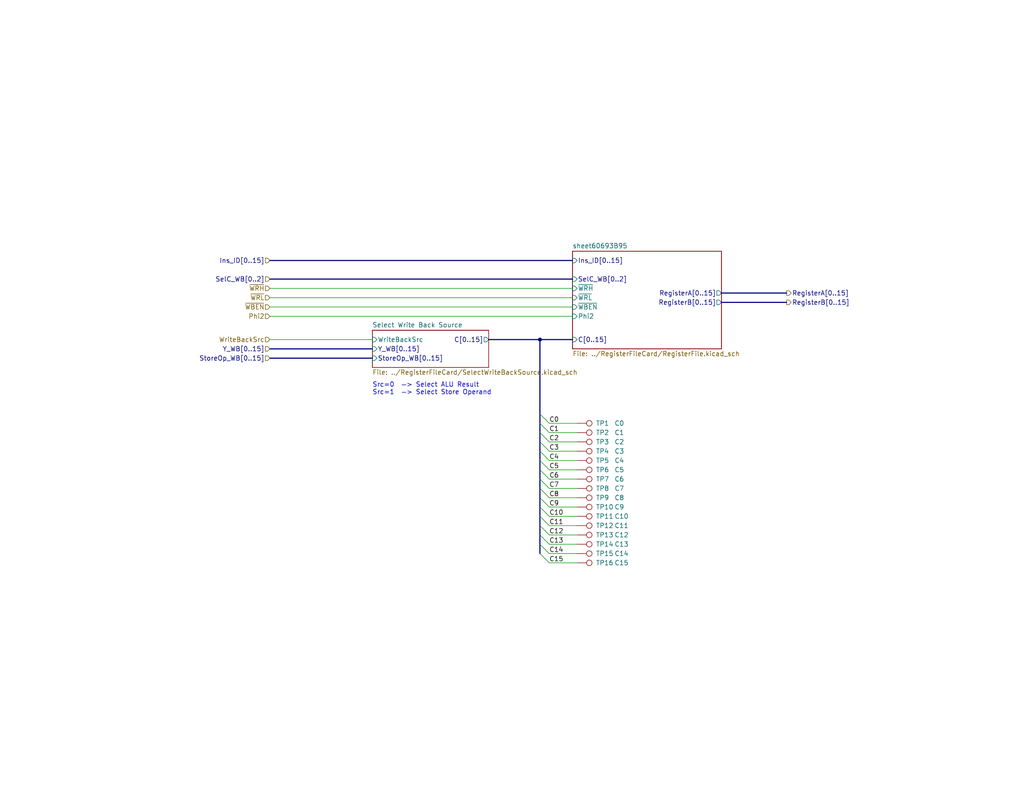
<source format=kicad_sch>
(kicad_sch (version 20250114) (generator "eeschema") (generator_version "9.0")
  (paper "USLetter")
  (title_block (date "2025-07-01") (rev "A") (comment 4 "The Write Back Stage and Register File are combined on one PCB."))
  (lib_symbols
    (symbol "Connector:TestPoint" (pin_numbers (hide yes)) (pin_names (offset 0.762) (hide yes))
      (property "Reference" "TP" (at 0 6.858 0))
      (property "Value" "TestPoint" (at 0 5.08 0))
      (symbol "TestPoint_0_1"
        (circle (center 0 3.302) (radius 0.762))
      )
      (symbol "TestPoint_1_1"
        (pin passive line (at 0 0 90) (length 2.54) (name "1") (number "1"))
      )
    )
  )
  (text "Src=0  —> Select ALU Result\nSrc=1  —> Select Store Operand" (at 101.6 107.95 0) (effects (font (size 1.27 1.27)) (justify left bottom)))
  (junction (at 147.32 92.71))
  (bus_entry (at 147.32 138.43) (size 2.54 2.54))
  (bus_entry (at 147.32 118.11) (size 2.54 2.54))
  (bus_entry (at 147.32 148.59) (size 2.54 2.54))
  (bus_entry (at 147.32 123.19) (size 2.54 2.54))
  (bus_entry (at 147.32 146.05) (size 2.54 2.54))
  (bus_entry (at 147.32 130.81) (size 2.54 2.54))
  (bus_entry (at 147.32 133.35) (size 2.54 2.54))
  (bus_entry (at 147.32 113.03) (size 2.54 2.54))
  (bus_entry (at 147.32 125.73) (size 2.54 2.54))
  (bus_entry (at 147.32 115.57) (size 2.54 2.54))
  (bus_entry (at 147.32 128.27) (size 2.54 2.54))
  (bus_entry (at 147.32 143.51) (size 2.54 2.54))
  (bus_entry (at 147.32 140.97) (size 2.54 2.54))
  (bus_entry (at 147.32 120.65) (size 2.54 2.54))
  (bus_entry (at 147.32 151.13) (size 2.54 2.54))
  (bus_entry (at 147.32 135.89) (size 2.54 2.54))
  (bus (pts (xy 73.66 97.79) (xy 101.6 97.79)))
  (bus (pts (xy 196.85 80.01) (xy 214.63 80.01)))
  (wire (pts (xy 149.86 125.73) (xy 157.48 125.73)))
  (bus (pts (xy 147.32 143.51) (xy 147.32 146.05)))
  (wire (pts (xy 149.86 128.27) (xy 157.48 128.27)))
  (bus (pts (xy 147.32 118.11) (xy 147.32 120.65)))
  (wire (pts (xy 149.86 123.19) (xy 157.48 123.19)))
  (wire (pts (xy 149.86 135.89) (xy 157.48 135.89)))
  (wire (pts (xy 149.86 146.05) (xy 157.48 146.05)))
  (bus (pts (xy 101.6 95.25) (xy 73.66 95.25)))
  (wire (pts (xy 149.86 151.13) (xy 157.48 151.13)))
  (bus (pts (xy 147.32 115.57) (xy 147.32 118.11)))
  (bus (pts (xy 147.32 146.05) (xy 147.32 148.59)))
  (wire (pts (xy 73.66 81.28) (xy 156.21 81.28)))
  (wire (pts (xy 149.86 133.35) (xy 157.48 133.35)))
  (bus (pts (xy 147.32 113.03) (xy 147.32 115.57)))
  (bus (pts (xy 147.32 135.89) (xy 147.32 138.43)))
  (bus (pts (xy 147.32 92.71) (xy 156.21 92.71)))
  (wire (pts (xy 149.86 118.11) (xy 157.48 118.11)))
  (bus (pts (xy 73.66 71.12) (xy 156.21 71.12)))
  (wire (pts (xy 149.86 130.81) (xy 157.48 130.81)))
  (bus (pts (xy 147.32 138.43) (xy 147.32 140.97)))
  (wire (pts (xy 149.86 120.65) (xy 157.48 120.65)))
  (bus (pts (xy 73.66 76.2) (xy 156.21 76.2)))
  (bus (pts (xy 147.32 133.35) (xy 147.32 135.89)))
  (bus (pts (xy 147.32 128.27) (xy 147.32 130.81)))
  (bus (pts (xy 147.32 130.81) (xy 147.32 133.35)))
  (wire (pts (xy 149.86 140.97) (xy 157.48 140.97)))
  (wire (pts (xy 149.86 153.67) (xy 157.48 153.67)))
  (bus (pts (xy 147.32 125.73) (xy 147.32 128.27)))
  (bus (pts (xy 147.32 123.19) (xy 147.32 125.73)))
  (wire (pts (xy 73.66 83.82) (xy 156.21 83.82)))
  (bus (pts (xy 147.32 120.65) (xy 147.32 123.19)))
  (wire (pts (xy 149.86 138.43) (xy 157.48 138.43)))
  (wire (pts (xy 149.86 115.57) (xy 157.48 115.57)))
  (bus (pts (xy 147.32 148.59) (xy 147.32 151.13)))
  (bus (pts (xy 147.32 140.97) (xy 147.32 143.51)))
  (bus (pts (xy 196.85 82.55) (xy 214.63 82.55)))
  (wire (pts (xy 73.66 92.71) (xy 101.6 92.71)))
  (wire (pts (xy 73.66 86.36) (xy 156.21 86.36)))
  (wire (pts (xy 73.66 78.74) (xy 156.21 78.74)))
  (bus (pts (xy 133.35 92.71) (xy 147.32 92.71)))
  (wire (pts (xy 149.86 148.59) (xy 157.48 148.59)))
  (wire (pts (xy 149.86 143.51) (xy 157.48 143.51)))
  (bus (pts (xy 147.32 113.03) (xy 147.32 92.71)))
  (label "C14" (at 149.86 151.13 0))
  (label "C13" (at 149.86 148.59 0))
  (label "C12" (at 149.86 146.05 0))
  (label "C9" (at 149.86 138.43 0))
  (label "C1" (at 149.86 118.11 0))
  (label "C4" (at 149.86 125.73 0))
  (label "C3" (at 149.86 123.19 0))
  (label "C0" (at 149.86 115.57 0))
  (label "C5" (at 149.86 128.27 0))
  (label "C10" (at 149.86 140.97 0))
  (label "C7" (at 149.86 133.35 0))
  (label "C15" (at 149.86 153.67 0))
  (label "C11" (at 149.86 143.51 0))
  (label "C6" (at 149.86 130.81 0))
  (label "C8" (at 149.86 135.89 0))
  (label "C2" (at 149.86 120.65 0))
  (hierarchical_label "RegisterA[0..15]" (shape output) (at 214.63 80.01 0))
  (hierarchical_label "~{WRH}" (shape input) (at 73.66 78.74 180))
  (hierarchical_label "StoreOp_WB[0..15]" (shape input) (at 73.66 97.79 180))
  (hierarchical_label "SelC_WB[0..2]" (shape input) (at 73.66 76.2 180))
  (hierarchical_label "Phi2" (shape input) (at 73.66 86.36 180))
  (hierarchical_label "Y_WB[0..15]" (shape input) (at 73.66 95.25 180))
  (hierarchical_label "WriteBackSrc" (shape input) (at 73.66 92.71 180))
  (hierarchical_label "~{WRL}" (shape input) (at 73.66 81.28 180))
  (hierarchical_label "Ins_ID[0..15]" (shape input) (at 73.66 71.12 180))
  (hierarchical_label "~{WBEN}" (shape input) (at 73.66 83.82 180))
  (hierarchical_label "RegisterB[0..15]" (shape output) (at 214.63 82.55 0))
  (symbol (lib_id "Connector:TestPoint") (at 157.48 153.67 270) (unit 1) (in_bom no)
    (property "Reference" "TP63" (at 162.56 153.67 90) (effects (justify left)))
    (property "Value" "C15" (at 167.64 153.67 90) (effects (justify left)))
    (property "Footprint" "TestPoint:TestPoint_Pad_D1.0mm" (effects (hide yes)))
    (instances (project "" (path "" (reference "TP16") (unit 1))) (project "" (path "" (reference "TP63") (unit 1))))
  )
  (symbol (lib_id "Connector:TestPoint") (at 157.48 138.43 270) (unit 1) (in_bom no)
    (property "Reference" "TP57" (at 162.56 138.43 90) (effects (justify left)))
    (property "Value" "C9" (at 167.64 138.43 90) (effects (justify left)))
    (property "Footprint" "TestPoint:TestPoint_Pad_D1.0mm" (effects (hide yes)))
    (instances (project "" (path "" (reference "TP10") (unit 1))) (project "" (path "" (reference "TP57") (unit 1))))
  )
  (symbol (lib_id "Connector:TestPoint") (at 157.48 125.73 270) (unit 1) (in_bom no)
    (property "Reference" "TP52" (at 162.56 125.73 90) (effects (justify left)))
    (property "Value" "C4" (at 167.64 125.73 90) (effects (justify left)))
    (property "Footprint" "TestPoint:TestPoint_Pad_D1.0mm" (effects (hide yes)))
    (instances (project "" (path "" (reference "TP5") (unit 1))) (project "" (path "" (reference "TP52") (unit 1))))
  )
  (symbol (lib_id "Connector:TestPoint") (at 157.48 123.19 270) (unit 1) (in_bom no)
    (property "Reference" "TP51" (at 162.56 123.19 90) (effects (justify left)))
    (property "Value" "C3" (at 167.64 123.19 90) (effects (justify left)))
    (property "Footprint" "TestPoint:TestPoint_Pad_D1.0mm" (effects (hide yes)))
    (instances (project "" (path "" (reference "TP4") (unit 1))) (project "" (path "" (reference "TP51") (unit 1))))
  )
  (symbol (lib_id "Connector:TestPoint") (at 157.48 120.65 270) (unit 1) (in_bom no)
    (property "Reference" "TP50" (at 162.56 120.65 90) (effects (justify left)))
    (property "Value" "C2" (at 167.64 120.65 90) (effects (justify left)))
    (property "Footprint" "TestPoint:TestPoint_Pad_D1.0mm" (effects (hide yes)))
    (instances (project "" (path "" (reference "TP3") (unit 1))) (project "" (path "" (reference "TP50") (unit 1))))
  )
  (symbol (lib_id "Connector:TestPoint") (at 157.48 128.27 270) (unit 1) (in_bom no)
    (property "Reference" "TP53" (at 162.56 128.27 90) (effects (justify left)))
    (property "Value" "C5" (at 167.64 128.27 90) (effects (justify left)))
    (property "Footprint" "TestPoint:TestPoint_Pad_D1.0mm" (effects (hide yes)))
    (instances (project "" (path "" (reference "TP6") (unit 1))) (project "" (path "" (reference "TP53") (unit 1))))
  )
  (symbol (lib_id "Connector:TestPoint") (at 157.48 148.59 270) (unit 1) (in_bom no)
    (property "Reference" "TP61" (at 162.56 148.59 90) (effects (justify left)))
    (property "Value" "C13" (at 167.64 148.59 90) (effects (justify left)))
    (property "Footprint" "TestPoint:TestPoint_Pad_D1.0mm" (effects (hide yes)))
    (instances (project "" (path "" (reference "TP14") (unit 1))) (project "" (path "" (reference "TP61") (unit 1))))
  )
  (symbol (lib_id "Connector:TestPoint") (at 157.48 118.11 270) (unit 1) (in_bom no)
    (property "Reference" "TP49" (at 162.56 118.11 90) (effects (justify left)))
    (property "Value" "C1" (at 167.64 118.11 90) (effects (justify left)))
    (property "Footprint" "TestPoint:TestPoint_Pad_D1.0mm" (effects (hide yes)))
    (instances (project "" (path "" (reference "TP2") (unit 1))) (project "" (path "" (reference "TP49") (unit 1))))
  )
  (symbol (lib_id "Connector:TestPoint") (at 157.48 143.51 270) (unit 1) (in_bom no)
    (property "Reference" "TP59" (at 162.56 143.51 90) (effects (justify left)))
    (property "Value" "C11" (at 167.64 143.51 90) (effects (justify left)))
    (property "Footprint" "TestPoint:TestPoint_Pad_D1.0mm" (effects (hide yes)))
    (instances (project "" (path "" (reference "TP12") (unit 1))) (project "" (path "" (reference "TP59") (unit 1))))
  )
  (symbol (lib_id "Connector:TestPoint") (at 157.48 135.89 270) (unit 1) (in_bom no)
    (property "Reference" "TP56" (at 162.56 135.89 90) (effects (justify left)))
    (property "Value" "C8" (at 167.64 135.89 90) (effects (justify left)))
    (property "Footprint" "TestPoint:TestPoint_Pad_D1.0mm" (effects (hide yes)))
    (instances (project "" (path "" (reference "TP9") (unit 1))) (project "" (path "" (reference "TP56") (unit 1))))
  )
  (symbol (lib_id "Connector:TestPoint") (at 157.48 146.05 270) (unit 1) (in_bom no)
    (property "Reference" "TP60" (at 162.56 146.05 90) (effects (justify left)))
    (property "Value" "C12" (at 167.64 146.05 90) (effects (justify left)))
    (property "Footprint" "TestPoint:TestPoint_Pad_D1.0mm" (effects (hide yes)))
    (instances (project "" (path "" (reference "TP13") (unit 1))) (project "" (path "" (reference "TP60") (unit 1))))
  )
  (symbol (lib_id "Connector:TestPoint") (at 157.48 140.97 270) (unit 1) (in_bom no)
    (property "Reference" "TP58" (at 162.56 140.97 90) (effects (justify left)))
    (property "Value" "C10" (at 167.64 140.97 90) (effects (justify left)))
    (property "Footprint" "TestPoint:TestPoint_Pad_D1.0mm" (effects (hide yes)))
    (instances (project "" (path "" (reference "TP11") (unit 1))) (project "" (path "" (reference "TP58") (unit 1))))
  )
  (symbol (lib_id "Connector:TestPoint") (at 157.48 130.81 270) (unit 1) (in_bom no)
    (property "Reference" "TP54" (at 162.56 130.81 90) (effects (justify left)))
    (property "Value" "C6" (at 167.64 130.81 90) (effects (justify left)))
    (property "Footprint" "TestPoint:TestPoint_Pad_D1.0mm" (effects (hide yes)))
    (instances (project "" (path "" (reference "TP7") (unit 1))) (project "" (path "" (reference "TP54") (unit 1))))
  )
  (symbol (lib_id "Connector:TestPoint") (at 157.48 115.57 270) (unit 1) (in_bom no)
    (property "Reference" "TP48" (at 162.56 115.57 90) (effects (justify left)))
    (property "Value" "C0" (at 167.64 115.57 90) (effects (justify left)))
    (property "Footprint" "TestPoint:TestPoint_Pad_D1.0mm" (effects (hide yes)))
    (instances (project "" (path "" (reference "TP1") (unit 1))) (project "" (path "" (reference "TP48") (unit 1))))
  )
  (symbol (lib_id "Connector:TestPoint") (at 157.48 151.13 270) (unit 1) (in_bom no)
    (property "Reference" "TP62" (at 162.56 151.13 90) (effects (justify left)))
    (property "Value" "C14" (at 167.64 151.13 90) (effects (justify left)))
    (property "Footprint" "TestPoint:TestPoint_Pad_D1.0mm" (effects (hide yes)))
    (instances (project "" (path "" (reference "TP15") (unit 1))) (project "" (path "" (reference "TP62") (unit 1))))
  )
  (symbol (lib_id "Connector:TestPoint") (at 157.48 133.35 270) (unit 1) (in_bom no)
    (property "Reference" "TP55" (at 162.56 133.35 90) (effects (justify left)))
    (property "Value" "C7" (at 167.64 133.35 90) (effects (justify left)))
    (property "Footprint" "TestPoint:TestPoint_Pad_D1.0mm" (effects (hide yes)))
    (instances (project "" (path "" (reference "TP8") (unit 1))) (project "" (path "" (reference "TP55") (unit 1))))
  )
  (sheet (at 101.6 90.17) (size 31.75 10.16)
    (property "Sheetname" "Select Write Back Source" (at 101.6 89.4584 0) (effects (justify left bottom)))
    (property "Sheetfile" "../RegisterFileCard/SelectWriteBackSource.kicad_sch" (at 101.6 100.9146 0) (effects (justify left top)))
    (pin "C[0..15]" output (at 133.35 92.71 0))
    (pin "StoreOp_WB[0..15]" input (at 101.6 97.79 180))
    (pin "Y_WB[0..15]" input (at 101.6 95.25 180))
    (pin "WriteBackSrc" input (at 101.6 92.71 180))
  )
  (sheet (at 156.21 68.58) (size 40.64 26.67)
    (property "Sheetname" "sheet60693B95" (at 156.21 67.8684 0) (effects (justify left bottom)))
    (property "Sheetfile" "../RegisterFileCard/RegisterFile.kicad_sch" (at 156.21 95.8346 0) (effects (justify left top)))
    (pin "~{WRH}" input (at 156.21 78.74 180))
    (pin "~{WRL}" input (at 156.21 81.28 180))
    (pin "C[0..15]" input (at 156.21 92.71 180))
    (pin "SelC_WB[0..2]" input (at 156.21 76.2 180))
    (pin "RegisterB[0..15]" output (at 196.85 82.55 0))
    (pin "RegisterA[0..15]" output (at 196.85 80.01 0))
    (pin "~{WBEN}" input (at 156.21 83.82 180))
    (pin "Ins_ID[0..15]" input (at 156.21 71.12 180))
    (pin "Phi2" input (at 156.21 86.36 180))
  )
)
</source>
